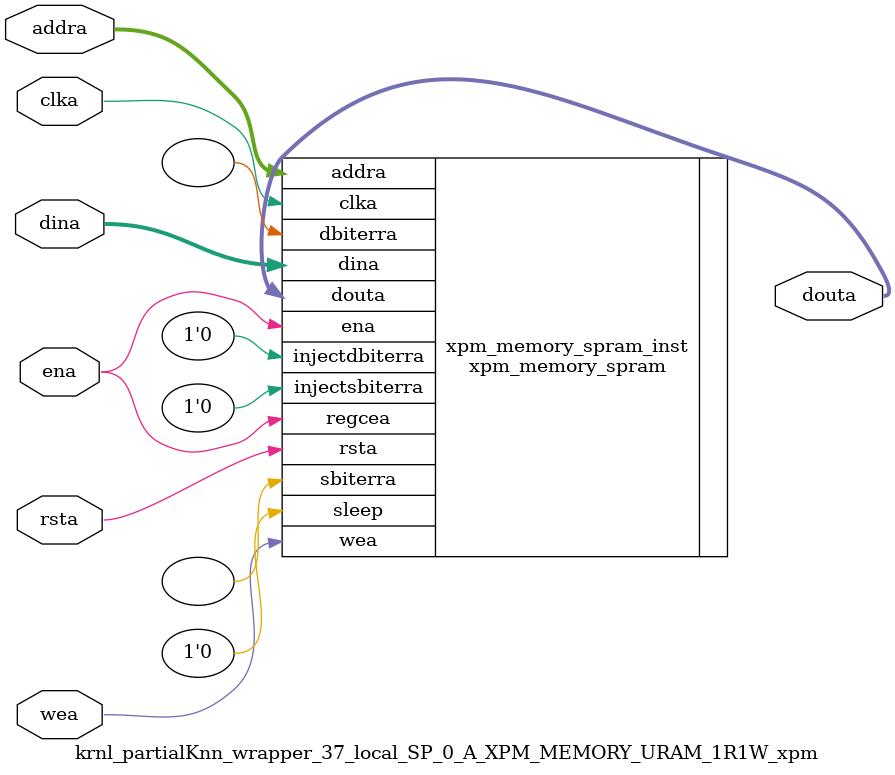
<source format=v>
`timescale 1 ns / 1 ps
module krnl_partialKnn_wrapper_37_local_SP_0_A_XPM_MEMORY_URAM_1R1W_xpm # (
  // Common module parameters
  parameter integer                 MEMORY_SIZE        = 524288,
  parameter                         MEMORY_PRIMITIVE   = "ultra",
  parameter                         ECC_MODE           = "no_ecc",
  parameter                         MEMORY_INIT_FILE   = "none",
  parameter                         WAKEUP_TIME        = "disable_sleep",
  parameter integer                 MESSAGE_CONTROL    = 0,
  // Port A module parameters
  parameter integer                 WRITE_DATA_WIDTH_A = 256,
  parameter integer                 READ_DATA_WIDTH_A  = WRITE_DATA_WIDTH_A,
  parameter integer                 BYTE_WRITE_WIDTH_A = WRITE_DATA_WIDTH_A,
  parameter integer                 ADDR_WIDTH_A       = 11,
  parameter                         READ_RESET_VALUE_A = "0",
  parameter integer                 READ_LATENCY_A     = 1,
  parameter                         WRITE_MODE_A       = "read_first"
) (
  // Port A module ports
  input  wire                                               clka,
  input  wire                                               rsta,
  input  wire                                               ena,
  input  wire [(WRITE_DATA_WIDTH_A/BYTE_WRITE_WIDTH_A)-1:0] wea,
  input  wire [ADDR_WIDTH_A-1:0]                            addra,
  input  wire [WRITE_DATA_WIDTH_A-1:0]                      dina,
  output wire [READ_DATA_WIDTH_A-1:0]                       douta
);
// Set parameter values and connect ports to instantiate an XPM_MEMORY single port RAM configuration
xpm_memory_spram # (
  // Common module parameters
  .MEMORY_SIZE        (MEMORY_SIZE),   //positive integer
  .MEMORY_PRIMITIVE   (MEMORY_PRIMITIVE),      //string; "auto", "distributed", "block" or "ultra";
  .ECC_MODE           (ECC_MODE),      //do not change
  .MEMORY_INIT_FILE   (MEMORY_INIT_FILE), //string; "none" or "<filename>.mem" 
  .MEMORY_INIT_PARAM  (""), //string;
  .WAKEUP_TIME        (WAKEUP_TIME),      //string; "disable_sleep" or "use_sleep_pin"
  .MESSAGE_CONTROL    (MESSAGE_CONTROL),      //do not change
  // Port A module parameters
  .WRITE_DATA_WIDTH_A (WRITE_DATA_WIDTH_A),     //positive integer
  .READ_DATA_WIDTH_A  (READ_DATA_WIDTH_A),     //positive integer
  .BYTE_WRITE_WIDTH_A (BYTE_WRITE_WIDTH_A),     //integer; 8, 9, or WRITE_DATA_WIDTH_A value
  .ADDR_WIDTH_A       (ADDR_WIDTH_A),      //positive integer
  .READ_RESET_VALUE_A (READ_RESET_VALUE_A),  //string
  .READ_LATENCY_A     (READ_LATENCY_A),      //non-negative integer
  .WRITE_MODE_A       (WRITE_MODE_A)       //string; "write_first", "read_first", "no_change"
) xpm_memory_spram_inst (
  // Common module ports
  .sleep          (1'b0),  //do not change
  // Port A module ports
  .clka           (clka),
  .rsta           (rsta),
  .ena            (ena),
  .regcea         (ena),
  .wea            (wea),
  .addra          (addra),
  .dina           (dina),
  .injectsbiterra (1'b0),  //do not change
  .injectdbiterra (1'b0),  //do not change
  .douta          (douta),
  .sbiterra       (),      //do not change
  .dbiterra       ()       //do not change
);
endmodule
</source>
